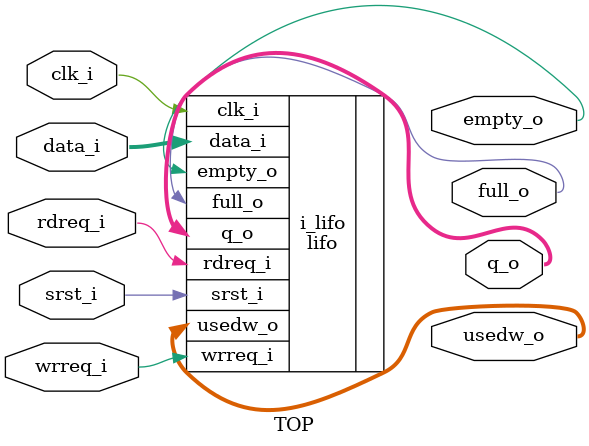
<source format=sv>
module TOP #(
	parameter DWIDTH = 8,
	          AWIDTH = 8
)(
	input  wire              clk_i,
	input  wire              srst_i,

	input  wire               wrreq_i,
	input  wire               rdreq_i,
	input  wire  [DWIDTH-1:0] data_i,

	output logic [DWIDTH-1:0] q_o,
	output logic              empty_o,
	output logic              full_o,
	output logic [AWIDTH  :0] usedw_o
);


lifo #(
	.AWIDTH  ( AWIDTH  ),
	.DWIDTH  ( DWIDTH  )
) i_lifo (
	.clk_i   ( clk_i   ),
	.srst_i  ( srst_i  ),

	.data_i  ( data_i  ),
	.wrreq_i ( wrreq_i ),
	.rdreq_i ( rdreq_i ),

	.q_o     ( q_o     ),
	.empty_o ( empty_o ),
	.full_o  ( full_o  ),
	.usedw_o ( usedw_o )
);


endmodule

</source>
